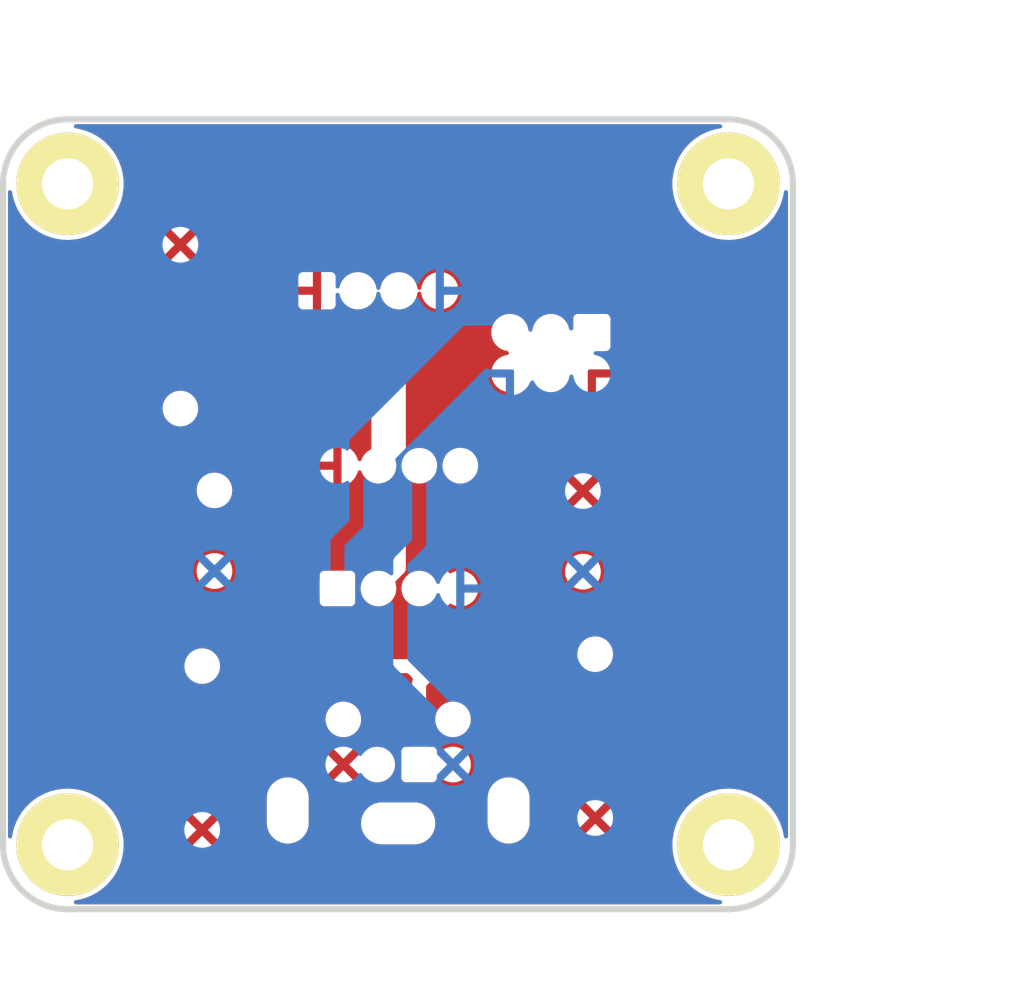
<source format=kicad_pcb>
(kicad_pcb (version 20211014) (generator pcbnew)
  (title_block (date "28 mar 2015") (rev "X1"))
  (layers (0 "F.Cu" signal "Front") (31 "B.Cu" signal "Back") (34 "B.Paste" user) (35 "F.Paste" user) (36 "B.SilkS" user "B.Silkscreen") (37 "F.SilkS" user "F.Silkscreen") (38 "B.Mask" user) (39 "F.Mask" user) (44 "Edge.Cuts" user))
  (net 0 "")
  (net 1 "GND")
  (net 2 "VCC")
  (footprint "LandBoards_MountHoles:MTG-4-40" (layer "F.Cu") (at 55 14)
    (fp_text reference "MTG3" hide)
    (fp_text value "MTG_HOLE" hide)
    (pad "1" thru_hole circle locked (at 0 0) (size 6.35 6.35) (drill 3.175) (layers *.Cu *.Mask "F.SilkS"))
  )
  (footprint "LandBoards_MountHoles:MTG-4-40" (layer "F.Cu") (at 14 55)
    (fp_text reference "MTG4" hide)
    (fp_text value "MTG_HOLE" hide)
    (pad "1" thru_hole circle locked (at 0 0) (size 6.35 6.35) (drill 3.175) (layers *.Cu *.Mask "F.SilkS"))
  )
  (footprint "LandBoards_MountHoles:MTG-4-40" (layer "F.Cu") (at 14 14)
    (fp_text reference "MTG2" hide)
    (fp_text value "MTG_HOLE" hide)
    (pad "1" thru_hole circle locked (at 0 0) (size 6.35 6.35) (drill 3.175) (layers *.Cu *.Mask "F.SilkS"))
  )
  (footprint "LandBoards_MountHoles:MTG-4-40" (layer "F.Cu") (at 55 55)
    (fp_text reference "MTG1" hide)
    (fp_text value "MTG_HOLE" hide)
    (pad "1" thru_hole circle locked (at 0 0) (size 6.35 6.35) (drill 3.175) (layers *.Cu *.Mask "F.SilkS"))
  )
  (gr_arc (start 14 59) (mid 11.171573 57.828427) (end 10 55) (layer "Edge.Cuts") (width 0.381))
  (gr_line (start 10 55) (end 10 14) (layer "Edge.Cuts") (width 0.381))
  (gr_line (start 55 59) (end 14 59) (layer "Edge.Cuts") (width 0.381))
  (gr_line (start 14 10) (end 55 10) (layer "Edge.Cuts") (width 0.381))
  (gr_line (start 59 14) (end 59 55) (layer "Edge.Cuts") (width 0.381))
  (gr_arc (start 10 14) (mid 11.171573 11.171573) (end 14 10) (layer "Edge.Cuts") (width 0.381))
  (gr_arc (start 59 55) (mid 57.828427 57.828427) (end 55 59) (layer "Edge.Cuts") (width 0.381))
  (gr_arc (start 55 10) (mid 57.828427 11.171573) (end 59 14) (layer "Edge.Cuts") (width 0.381))
  (zone (net 2) (net_name "VCC") (layer "F.Cu") (connect_pads (clearance 0.3048)) (min_thickness 0.254) (fill yes (thermal_gap 0.508) (thermal_bridge_width 0.508))
    (polygon (pts (xy 45.306 10) (xy 59.182 10.414) (xy 59.1915 31.3785) (xy 59.1725 59.0455) (xy 13.81 58.895) (xy 10 54.45) (xy 10 13.81) (xy 13.81 10)))
  )
  (zone (net 1) (net_name "GND") (layer "B.Cu") (connect_pads (clearance 0.3048)) (min_thickness 0.254) (fill yes (thermal_gap 0.508) (thermal_bridge_width 0.508))
    (polygon (pts (xy 13.81 10) (xy 55.085 10) (xy 58.895 13.81) (xy 58.895 55.085) (xy 55.085 58.895) (xy 13.81 58.895) (xy 10 54.45) (xy 10 13.81)))
  )
)
</source>
